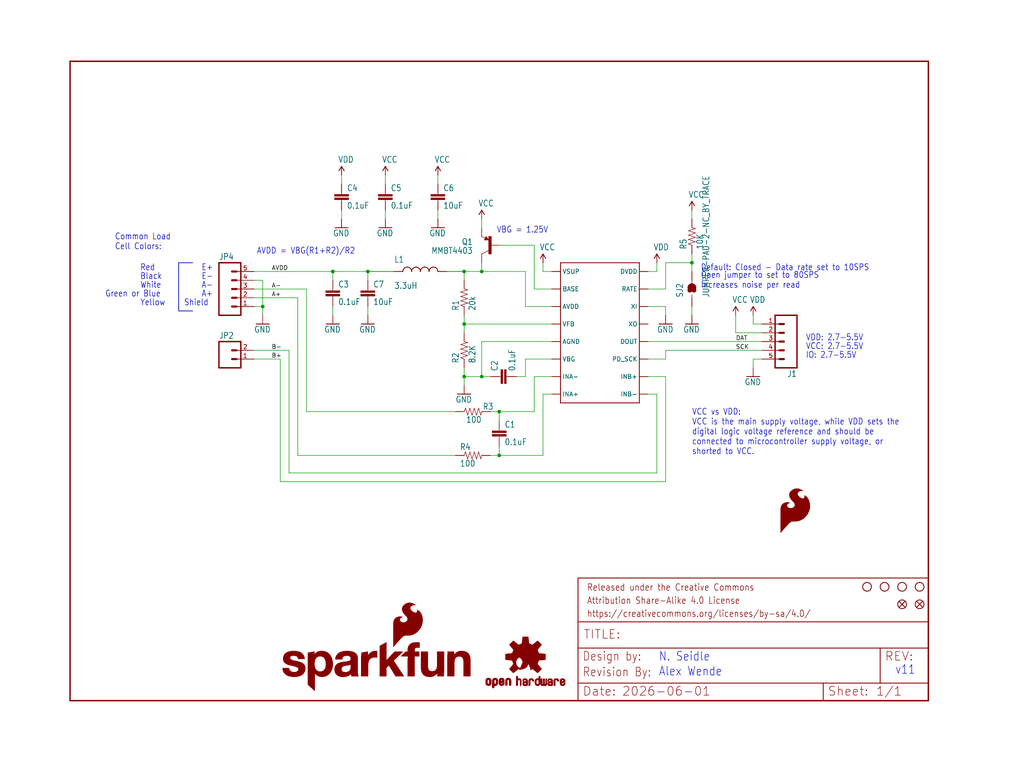
<source format=kicad_sch>
(kicad_sch (version 20230121) (generator eeschema)
  (paper "User" 297.002 223.926)
  (lib_symbols
    (symbol "SparkFun_HX711_Load_Cell-eagle-import:0.1UF-25V-5%(0603)"
      (property "Reference" "C" (at 1.524 2.921 0))
      (symbol "0.1UF-25V-5%(0603)_1_0"
        (pin passive line (at 0 5.08 270) (length 2.54) (name "1") (number "1"))
        (pin passive line (at 0 -2.54 90) (length 2.54) (name "2") (number "2"))
      )
    )
    (symbol "SparkFun_HX711_Load_Cell-eagle-import:100OHM-1/10W-1%(0603)"
      (property "Reference" "R" (at -3.81 1.4986 0))
      (symbol "100OHM-1/10W-1%(0603)_1_0"
        (pin passive line (at -5.08 0 0) (length 2.54) (name "1") (number "1"))
        (pin passive line (at 5.08 0 180) (length 2.54) (name "2") (number "2"))
      )
    )
    (symbol "SparkFun_HX711_Load_Cell-eagle-import:10KOHM-1/10W-1%(0603)0603"
      (property "Reference" "R" (at -3.81 1.4986 0))
      (symbol "10KOHM-1/10W-1%(0603)0603_1_0"
        (pin passive line (at -5.08 0 0) (length 2.54) (name "1") (number "1"))
        (pin passive line (at 5.08 0 180) (length 2.54) (name "2") (number "2"))
      )
    )
    (symbol "SparkFun_HX711_Load_Cell-eagle-import:10UF50V20%(1210)"
      (property "Reference" "C" (at 1.524 2.921 0))
      (symbol "10UF50V20%(1210)_1_0"
        (pin passive line (at 0 5.08 270) (length 2.54) (name "1") (number "1"))
        (pin passive line (at 0 -2.54 90) (length 2.54) (name "2") (number "2"))
      )
    )
    (symbol "SparkFun_HX711_Load_Cell-eagle-import:20KOHM1/10W1%(0603)"
      (property "Reference" "R" (at -3.81 1.4986 0))
      (symbol "20KOHM1/10W1%(0603)_1_0"
        (pin passive line (at -5.08 0 0) (length 2.54) (name "1") (number "1"))
        (pin passive line (at 5.08 0 180) (length 2.54) (name "2") (number "2"))
      )
    )
    (symbol "SparkFun_HX711_Load_Cell-eagle-import:8.2KOHM-1/10W-5%(0603)"
      (property "Reference" "R" (at -3.81 1.4986 0))
      (symbol "8.2KOHM-1/10W-5%(0603)_1_0"
        (pin passive line (at -5.08 0 0) (length 2.54) (name "1") (number "1"))
        (pin passive line (at 5.08 0 180) (length 2.54) (name "2") (number "2"))
      )
    )
    (symbol "SparkFun_HX711_Load_Cell-eagle-import:FIDUCIAL1X2")
    (symbol "SparkFun_HX711_Load_Cell-eagle-import:FRAME-LETTER"
      (symbol "FRAME-LETTER_2_0"
        (text "${#}/${##}" (at 86.36 1.27 0) (effects (font (size 2.54 2.54)) (justify left bottom)))
        (text "${CURRENT_DATE}" (at 12.7 1.27 0) (effects (font (size 2.54 2.54)) (justify left bottom)))
        (text "${PROJECTNAME}" (at 15.494 17.78 0) (effects (font (size 2.7432 2.7432)) (justify left bottom)))
        (text "Attribution Share-Alike 4.0 License" (at 2.54 27.94 0) (effects (font (size 1.9304 1.6408)) (justify left bottom)))
        (text "Date:" (at 1.27 1.27 0) (effects (font (size 2.54 2.54)) (justify left bottom)))
        (text "Design by:" (at 1.27 11.43 0) (effects (font (size 2.54 2.159)) (justify left bottom)))
        (text "https://creativecommons.org/licenses/by-sa/4.0/" (at 2.54 24.13 0) (effects (font (size 1.9304 1.6408)) (justify left bottom)))
        (text "Released under the Creative Commons" (at 2.54 31.75 0) (effects (font (size 1.9304 1.6408)) (justify left bottom)))
        (text "REV:" (at 88.9 11.43 0) (effects (font (size 2.54 2.54)) (justify left bottom)))
        (text "Sheet:" (at 72.39 1.27 0) (effects (font (size 2.54 2.54)) (justify left bottom)))
        (text "TITLE:" (at 1.524 17.78 0) (effects (font (size 2.54 2.54)) (justify left bottom)))
      )
    )
    (symbol "SparkFun_HX711_Load_Cell-eagle-import:GND" (power)
      (property "Value" "GND" (at -2.54 -2.54 0))
      (symbol "GND_1_0"
        (pin power_in line (at 0 2.54 270) (length 2.54) (name "GND") (number "1"))
      )
    )
    (symbol "SparkFun_HX711_Load_Cell-eagle-import:HX711HX711"
      (symbol "HX711HX711_1_0"
        (pin bidirectional line (at -15.24 17.78 0) (length 2.54) (name "VSUP") (number "1"))
        (pin bidirectional line (at 12.7 -12.7 180) (length 2.54) (name "INB+") (number "10"))
        (pin bidirectional line (at 12.7 -7.62 180) (length 2.54) (name "PD_SCK") (number "11"))
        (pin bidirectional line (at 12.7 -2.54 180) (length 2.54) (name "DOUT") (number "12"))
        (pin bidirectional line (at 12.7 2.54 180) (length 2.54) (name "XO") (number "13"))
        (pin bidirectional line (at 12.7 7.62 180) (length 2.54) (name "XI") (number "14"))
        (pin bidirectional line (at 12.7 12.7 180) (length 2.54) (name "RATE") (number "15"))
        (pin bidirectional line (at 12.7 17.78 180) (length 2.54) (name "DVDD") (number "16"))
        (pin bidirectional line (at -15.24 12.7 0) (length 2.54) (name "BASE") (number "2"))
        (pin bidirectional line (at -15.24 7.62 0) (length 2.54) (name "AVDD") (number "3"))
        (pin bidirectional line (at -15.24 2.54 0) (length 2.54) (name "VFB") (number "4"))
        (pin bidirectional line (at -15.24 -2.54 0) (length 2.54) (name "AGND") (number "5"))
        (pin bidirectional line (at -15.24 -7.62 0) (length 2.54) (name "VBG") (number "6"))
        (pin bidirectional line (at -15.24 -12.7 0) (length 2.54) (name "INA-") (number "7"))
        (pin bidirectional line (at -15.24 -17.78 0) (length 2.54) (name "INA+") (number "8"))
        (pin bidirectional line (at 12.7 -17.78 180) (length 2.54) (name "INB-") (number "9"))
      )
    )
    (symbol "SparkFun_HX711_Load_Cell-eagle-import:INDUCTOR0805-IND"
      (property "Reference" "L" (at 2.54 5.08 0))
      (symbol "INDUCTOR0805-IND_1_0"
        (pin passive line (at 0 7.62 270) (length 2.54) (name "1") (number "1"))
        (pin passive line (at 0 -7.62 90) (length 2.54) (name "2") (number "2"))
      )
    )
    (symbol "SparkFun_HX711_Load_Cell-eagle-import:JUMPER-PAD-2-NC_BY_TRACE"
      (property "Reference" "JP" (at -2.54 2.54 0))
      (symbol "JUMPER-PAD-2-NC_BY_TRACE_1_0"
        (pin passive line (at -5.08 0 0) (length 2.54) (name "1") (number "1"))
        (pin passive line (at 5.08 0 180) (length 2.54) (name "2") (number "2"))
      )
    )
    (symbol "SparkFun_HX711_Load_Cell-eagle-import:M02PTH"
      (property "Reference" "J" (at -2.54 5.842 0))
      (symbol "M02PTH_1_0"
        (pin passive line (at 7.62 0 180) (length 5.08) (name "1") (number "1"))
        (pin passive line (at 7.62 2.54 180) (length 5.08) (name "2") (number "2"))
      )
    )
    (symbol "SparkFun_HX711_Load_Cell-eagle-import:M05PTH"
      (property "Reference" "J" (at -2.54 8.382 0))
      (symbol "M05PTH_1_0"
        (pin passive line (at 7.62 -5.08 180) (length 5.08) (name "1") (number "1"))
        (pin passive line (at 7.62 -2.54 180) (length 5.08) (name "2") (number "2"))
        (pin passive line (at 7.62 0 180) (length 5.08) (name "3") (number "3"))
        (pin passive line (at 7.62 2.54 180) (length 5.08) (name "4") (number "4"))
        (pin passive line (at 7.62 5.08 180) (length 5.08) (name "5") (number "5"))
      )
    )
    (symbol "SparkFun_HX711_Load_Cell-eagle-import:OSHW-LOGOS")
    (symbol "SparkFun_HX711_Load_Cell-eagle-import:REVISION"
      (symbol "REVISION_1_0"
        (text "Revision By:" (at 0 0 0) (effects (font (size 2.54 2.159)) (justify left bottom)))
      )
    )
    (symbol "SparkFun_HX711_Load_Cell-eagle-import:SFE_LOGO_FLAME.1_INCH")
    (symbol "SparkFun_HX711_Load_Cell-eagle-import:SFE_LOGO_NAME_FLAME.1_INCH")
    (symbol "SparkFun_HX711_Load_Cell-eagle-import:STAND-OFF")
    (symbol "SparkFun_HX711_Load_Cell-eagle-import:TRANSISTOR_PNPMMBT4403"
      (property "Reference" "Q" (at 5.08 0 0))
      (symbol "TRANSISTOR_PNPMMBT4403_1_0"
        (pin passive line (at -2.54 0 0) (length 2.54) (name "B") (number "1"))
        (pin passive line (at 2.54 5.08 270) (length 2.54) (name "E") (number "2"))
        (pin passive line (at 2.54 -5.08 90) (length 2.54) (name "C") (number "3"))
      )
    )
    (symbol "SparkFun_HX711_Load_Cell-eagle-import:VCC" (power)
      (property "Value" "VCC" (at -1.016 3.556 0))
      (symbol "VCC_1_0"
        (pin power_in line (at 0 0 90) (length 2.54) (name "VCC") (number "1"))
      )
    )
    (symbol "SparkFun_HX711_Load_Cell-eagle-import:VDD" (power)
      (property "Value" "VDD" (at -1.016 3.556 0))
      (symbol "VDD_1_0"
        (pin power_in line (at 0 0 90) (length 2.54) (name "VDD") (number "1"))
      )
    )
  )
  (junction (at 96.52 78.74))
  (junction (at 134.62 78.74))
  (junction (at 144.78 119.38))
  (junction (at 144.78 132.08))
  (junction (at 106.68 78.74))
  (junction (at 76.2 88.9))
  (junction (at 134.62 93.98))
  (junction (at 139.7 109.22))
  (junction (at 134.62 109.22))
  (junction (at 200.66 76.2))
  (junction (at 139.7 78.74))
  (wire (pts (xy 218.44 91.44) (xy 218.44 93.98)) (stroke (width 0.1524)))
  (wire (pts (xy 187.96 78.74) (xy 190.5 78.74)) (stroke (width 0.1524)))
  (wire (pts (xy 96.52 81.28) (xy 96.52 78.74)) (stroke (width 0.1524)))
  (wire (pts (xy 200.66 88.9) (xy 200.66 91.44)) (stroke (width 0.1524)))
  (wire (pts (xy 127 60.96) (xy 127 63.5)) (stroke (width 0.1524)))
  (wire (pts (xy 157.48 132.08) (xy 144.78 132.08)) (stroke (width 0.1524)))
  (wire (pts (xy 200.66 76.2) (xy 200.66 78.74)) (stroke (width 0.1524)))
  (wire (pts (xy 144.78 119.38) (xy 142.24 119.38)) (stroke (width 0.1524)))
  (wire (pts (xy 139.7 63.5) (xy 139.7 66.04)) (stroke (width 0.1524)))
  (wire (pts (xy 106.68 91.44) (xy 106.68 88.9)) (stroke (width 0.1524)))
  (wire (pts (xy 88.9 83.82) (xy 73.66 83.82)) (stroke (width 0.1524)))
  (wire (pts (xy 144.78 132.08) (xy 142.24 132.08)) (stroke (width 0.1524)))
  (wire (pts (xy 73.66 81.28) (xy 76.2 81.28)) (stroke (width 0.1524)))
  (wire (pts (xy 152.4 88.9) (xy 152.4 78.74)) (stroke (width 0.1524)))
  (wire (pts (xy 99.06 63.5) (xy 99.06 60.96)) (stroke (width 0.1524)))
  (wire (pts (xy 157.48 78.74) (xy 160.02 78.74)) (stroke (width 0.1524)))
  (wire (pts (xy 193.04 101.6) (xy 220.98 101.6)) (stroke (width 0.1524)))
  (wire (pts (xy 160.02 114.3) (xy 157.48 114.3)) (stroke (width 0.1524)))
  (wire (pts (xy 157.48 114.3) (xy 157.48 132.08)) (stroke (width 0.1524)))
  (wire (pts (xy 132.08 119.38) (xy 88.9 119.38)) (stroke (width 0.1524)))
  (wire (pts (xy 200.66 63.5) (xy 200.66 60.96)) (stroke (width 0.1524)))
  (wire (pts (xy 139.7 109.22) (xy 134.62 109.22)) (stroke (width 0.1524)))
  (wire (pts (xy 76.2 81.28) (xy 76.2 88.9)) (stroke (width 0.1524)))
  (wire (pts (xy 134.62 81.28) (xy 134.62 78.74)) (stroke (width 0.1524)))
  (wire (pts (xy 190.5 137.16) (xy 83.82 137.16)) (stroke (width 0.1524)))
  (wire (pts (xy 160.02 99.06) (xy 139.7 99.06)) (stroke (width 0.1524)))
  (wire (pts (xy 139.7 99.06) (xy 139.7 109.22)) (stroke (width 0.1524)))
  (wire (pts (xy 190.5 114.3) (xy 190.5 137.16)) (stroke (width 0.1524)))
  (wire (pts (xy 106.68 78.74) (xy 106.68 81.28)) (stroke (width 0.1524)))
  (wire (pts (xy 200.66 73.66) (xy 200.66 76.2)) (stroke (width 0.1524)))
  (wire (pts (xy 73.66 88.9) (xy 76.2 88.9)) (stroke (width 0.1524)))
  (wire (pts (xy 193.04 139.7) (xy 81.28 139.7)) (stroke (width 0.1524)))
  (wire (pts (xy 220.98 96.52) (xy 213.36 96.52)) (stroke (width 0.1524)))
  (wire (pts (xy 213.36 96.52) (xy 213.36 91.44)) (stroke (width 0.1524)))
  (wire (pts (xy 187.96 99.06) (xy 220.98 99.06)) (stroke (width 0.1524)))
  (wire (pts (xy 200.66 76.2) (xy 193.04 76.2)) (stroke (width 0.1524)))
  (wire (pts (xy 129.54 78.74) (xy 134.62 78.74)) (stroke (width 0.2032)))
  (wire (pts (xy 106.68 78.74) (xy 96.52 78.74)) (stroke (width 0.1524)))
  (wire (pts (xy 134.62 106.68) (xy 134.62 109.22)) (stroke (width 0.1524)))
  (wire (pts (xy 187.96 83.82) (xy 193.04 83.82)) (stroke (width 0.1524)))
  (wire (pts (xy 111.76 63.5) (xy 111.76 60.96)) (stroke (width 0.1524)))
  (wire (pts (xy 193.04 76.2) (xy 193.04 83.82)) (stroke (width 0.1524)))
  (wire (pts (xy 134.62 111.76) (xy 134.62 109.22)) (stroke (width 0.1524)))
  (wire (pts (xy 218.44 104.14) (xy 218.44 106.68)) (stroke (width 0.1524)))
  (wire (pts (xy 152.4 104.14) (xy 152.4 109.22)) (stroke (width 0.1524)))
  (wire (pts (xy 76.2 88.9) (xy 76.2 91.44)) (stroke (width 0.1524)))
  (wire (pts (xy 139.7 78.74) (xy 134.62 78.74)) (stroke (width 0.1524)))
  (wire (pts (xy 160.02 88.9) (xy 152.4 88.9)) (stroke (width 0.1524)))
  (wire (pts (xy 106.68 78.74) (xy 114.3 78.74)) (stroke (width 0.2032)))
  (wire (pts (xy 160.02 83.82) (xy 154.94 83.82)) (stroke (width 0.1524)))
  (wire (pts (xy 193.04 88.9) (xy 193.04 91.44)) (stroke (width 0.1524)))
  (wire (pts (xy 96.52 88.9) (xy 96.52 91.44)) (stroke (width 0.1524)))
  (wire (pts (xy 86.36 132.08) (xy 86.36 86.36)) (stroke (width 0.1524)))
  (wire (pts (xy 152.4 78.74) (xy 139.7 78.74)) (stroke (width 0.1524)))
  (wire (pts (xy 81.28 139.7) (xy 81.28 104.14)) (stroke (width 0.1524)))
  (wire (pts (xy 157.48 76.2) (xy 157.48 78.74)) (stroke (width 0.1524)))
  (wire (pts (xy 134.62 96.52) (xy 134.62 93.98)) (stroke (width 0.1524)))
  (polyline (pts (xy 51.816 76.2) (xy 55.88 76.2)) (stroke (width 0.2032) (type solid)))
  (wire (pts (xy 111.76 50.8) (xy 111.76 53.34)) (stroke (width 0.1524)))
  (wire (pts (xy 88.9 119.38) (xy 88.9 83.82)) (stroke (width 0.1524)))
  (wire (pts (xy 218.44 93.98) (xy 220.98 93.98)) (stroke (width 0.1524)))
  (wire (pts (xy 193.04 109.22) (xy 193.04 139.7)) (stroke (width 0.1524)))
  (wire (pts (xy 132.08 132.08) (xy 86.36 132.08)) (stroke (width 0.1524)))
  (wire (pts (xy 154.94 109.22) (xy 154.94 119.38)) (stroke (width 0.1524)))
  (wire (pts (xy 83.82 101.6) (xy 73.66 101.6)) (stroke (width 0.1524)))
  (wire (pts (xy 96.52 78.74) (xy 73.66 78.74)) (stroke (width 0.1524)))
  (polyline (pts (xy 51.816 90.17) (xy 55.88 90.17)) (stroke (width 0.2032) (type solid)))
  (wire (pts (xy 134.62 93.98) (xy 134.62 91.44)) (stroke (width 0.1524)))
  (wire (pts (xy 144.78 121.92) (xy 144.78 119.38)) (stroke (width 0.1524)))
  (wire (pts (xy 99.06 50.8) (xy 99.06 53.34)) (stroke (width 0.1524)))
  (wire (pts (xy 187.96 88.9) (xy 193.04 88.9)) (stroke (width 0.1524)))
  (wire (pts (xy 127 53.34) (xy 127 50.8)) (stroke (width 0.1524)))
  (wire (pts (xy 144.78 129.54) (xy 144.78 132.08)) (stroke (width 0.1524)))
  (wire (pts (xy 193.04 104.14) (xy 193.04 101.6)) (stroke (width 0.1524)))
  (wire (pts (xy 190.5 78.74) (xy 190.5 76.2)) (stroke (width 0.1524)))
  (wire (pts (xy 152.4 109.22) (xy 149.86 109.22)) (stroke (width 0.1524)))
  (wire (pts (xy 154.94 71.12) (xy 154.94 83.82)) (stroke (width 0.1524)))
  (wire (pts (xy 144.78 71.12) (xy 154.94 71.12)) (stroke (width 0.1524)))
  (wire (pts (xy 142.24 109.22) (xy 139.7 109.22)) (stroke (width 0.1524)))
  (wire (pts (xy 160.02 93.98) (xy 134.62 93.98)) (stroke (width 0.1524)))
  (wire (pts (xy 154.94 119.38) (xy 144.78 119.38)) (stroke (width 0.1524)))
  (wire (pts (xy 160.02 104.14) (xy 152.4 104.14)) (stroke (width 0.1524)))
  (wire (pts (xy 220.98 104.14) (xy 218.44 104.14)) (stroke (width 0.1524)))
  (wire (pts (xy 187.96 114.3) (xy 190.5 114.3)) (stroke (width 0.1524)))
  (wire (pts (xy 187.96 109.22) (xy 193.04 109.22)) (stroke (width 0.1524)))
  (wire (pts (xy 187.96 104.14) (xy 193.04 104.14)) (stroke (width 0.1524)))
  (polyline (pts (xy 51.816 76.2) (xy 51.816 90.17)) (stroke (width 0.2032) (type solid)))
  (wire (pts (xy 83.82 137.16) (xy 83.82 101.6)) (stroke (width 0.1524)))
  (wire (pts (xy 160.02 109.22) (xy 154.94 109.22)) (stroke (width 0.1524)))
  (wire (pts (xy 86.36 86.36) (xy 73.66 86.36)) (stroke (width 0.1524)))
  (wire (pts (xy 81.28 104.14) (xy 73.66 104.14)) (stroke (width 0.1524)))
  (wire (pts (xy 139.7 76.2) (xy 139.7 78.74)) (stroke (width 0.1524)))
  (text "AVDD = VBG(R1+R2)/R2" (at 74.422 73.914 0) (effects (font (size 1.778 1.5113)) (justify left bottom)))
  (text "Black" (at 40.64 81.28 0) (effects (font (size 1.778 1.5113)) (justify left bottom)))
  (text "VDD: 2.7-5.5V" (at 233.68 99.06 0) (effects (font (size 1.778 1.5113)) (justify left bottom)))
  (text "IO: 2.7-5.5V" (at 233.68 104.14 0) (effects (font (size 1.778 1.5113)) (justify left bottom)))
  (text "VCC vs VDD:\nVCC is the main supply voltage, while VDD sets the\ndigital logic voltage reference and should be\nconnected to microcontroller supply voltage, or\nshorted to VCC." (at 200.66 132.08 0) (effects (font (size 1.778 1.5113)) (justify left bottom)))
  (text "A-" (at 58.42 83.82 0) (effects (font (size 1.778 1.5113)) (justify left bottom)))
  (text "E-" (at 58.42 81.28 0) (effects (font (size 1.778 1.5113)) (justify left bottom)))
  (text "Open jumper to set to 80SPS\nIncreases noise per read" (at 203.2 83.82 0) (effects (font (size 1.778 1.5113)) (justify left bottom)))
  (text "v11" (at 259.588 195.834 0) (effects (font (size 2.54 2.159)) (justify left bottom)))
  (text "Common Load\nCell Colors:" (at 33.274 72.644 0) (effects (font (size 1.778 1.5113)) (justify left bottom)))
  (text "A+" (at 58.42 86.36 0) (effects (font (size 1.778 1.5113)) (justify left bottom)))
  (text "Default: Closed - Data rate set to 10SPS" (at 203.2 78.74 0) (effects (font (size 1.778 1.5113)) (justify left bottom)))
  (text "Green or Blue" (at 30.48 86.36 0) (effects (font (size 1.778 1.5113)) (justify left bottom)))
  (text "Alex Wende" (at 191.008 196.342 0) (effects (font (size 2.54 2.159)) (justify left bottom)))
  (text "E+" (at 58.42 78.74 0) (effects (font (size 1.778 1.5113)) (justify left bottom)))
  (text "VBG = 1.25V" (at 144.018 67.818 0) (effects (font (size 1.778 1.5113)) (justify left bottom)))
  (text "N. Seidle" (at 191.008 192.024 0) (effects (font (size 2.54 2.159)) (justify left bottom)))
  (text "VCC: 2.7-5.5V" (at 233.68 101.6 0) (effects (font (size 1.778 1.5113)) (justify left bottom)))
  (text "Shield" (at 53.34 88.9 0) (effects (font (size 1.778 1.5113)) (justify left bottom)))
  (text "Yellow" (at 40.64 88.9 0) (effects (font (size 1.778 1.5113)) (justify left bottom)))
  (text "White" (at 40.64 83.82 0) (effects (font (size 1.778 1.5113)) (justify left bottom)))
  (text "Red" (at 40.64 78.74 0) (effects (font (size 1.778 1.5113)) (justify left bottom)))
  (label "B+" (at 78.74 104.14 0) (effects (font (size 1.2446 1.2446))))
  (label "AVDD" (at 78.74 78.74 0) (effects (font (size 1.2446 1.2446))))
  (label "A+" (at 78.74 86.36 0) (effects (font (size 1.2446 1.2446))))
  (label "DAT" (at 213.36 99.06 0) (effects (font (size 1.2446 1.2446))))
  (label "SCK" (at 213.36 101.6 0) (effects (font (size 1.2446 1.2446))))
  (label "A-" (at 78.74 83.82 0) (effects (font (size 1.2446 1.2446))))
  (label "B-" (at 78.74 101.6 0) (effects (font (size 1.2446 1.2446))))
  (symbol (lib_id "SparkFun_HX711_Load_Cell-eagle-import:20KOHM1/10W1%(0603)") (at 134.62 86.36 90) (unit 1)
    (property "Reference" "R1" (at 133.1214 90.17 0) (effects (font (size 1.778 1.5113)) (justify left bottom)))
    (property "Value" "20k" (at 137.922 90.17 0) (effects (font (size 1.778 1.5113)) (justify left bottom)))
    (property "Footprint" "SparkFun_HX711_Load_Cell:0603-RES" (effects hide))
  )
  (symbol (lib_id "SparkFun_HX711_Load_Cell-eagle-import:STAND-OFF") (at 251.46 170.18 0) (unit 1)
    (property "Reference" "STANDOFF4" (effects hide))
    (property "Value" "STAND-OFF" (effects hide))
    (property "Footprint" "SparkFun_HX711_Load_Cell:STAND-OFF" (effects hide))
  )
  (symbol (lib_id "SparkFun_HX711_Load_Cell-eagle-import:FIDUCIAL1X2") (at 261.62 175.26 0) (unit 1)
    (property "Reference" "FID2" (effects hide))
    (property "Value" "FIDUCIAL1X2" (effects hide))
    (property "Footprint" "SparkFun_HX711_Load_Cell:FIDUCIAL-1X2" (effects hide))
  )
  (symbol (lib_id "SparkFun_HX711_Load_Cell-eagle-import:0.1UF-25V-5%(0603)") (at 144.78 127 0) (unit 1)
    (property "Reference" "C1" (at 146.304 124.079 0) (effects (font (size 1.778 1.5113)) (justify left bottom)))
    (property "Value" "0.1uF" (at 146.304 129.159 0) (effects (font (size 1.778 1.5113)) (justify left bottom)))
    (property "Footprint" "SparkFun_HX711_Load_Cell:0603-CAP" (effects hide))
  )
  (symbol (lib_id "SparkFun_HX711_Load_Cell-eagle-import:0.1UF-25V-5%(0603)") (at 96.52 86.36 0) (unit 1)
    (property "Reference" "C3" (at 98.044 83.439 0) (effects (font (size 1.778 1.5113)) (justify left bottom)))
    (property "Value" "0.1uF" (at 98.044 88.519 0) (effects (font (size 1.778 1.5113)) (justify left bottom)))
    (property "Footprint" "SparkFun_HX711_Load_Cell:0603-CAP" (effects hide))
  )
  (symbol (lib_id "SparkFun_HX711_Load_Cell-eagle-import:VCC") (at 111.76 50.8 0) (unit 1)
    (property "Reference" "#SUPPLY7" (effects hide))
    (property "Value" "VCC" (at 110.744 47.244 0) (effects (font (size 1.778 1.5113)) (justify left bottom)))
  )
  (symbol (lib_id "SparkFun_HX711_Load_Cell-eagle-import:GND") (at 193.04 93.98 0) (unit 1)
    (property "Reference" "#GND2" (effects hide))
    (property "Value" "GND" (at 190.5 96.52 0) (effects (font (size 1.778 1.5113)) (justify left bottom)))
  )
  (symbol (lib_id "SparkFun_HX711_Load_Cell-eagle-import:GND") (at 127 66.04 0) (unit 1)
    (property "Reference" "#GND3" (effects hide))
    (property "Value" "GND" (at 124.46 68.58 0) (effects (font (size 1.778 1.5113)) (justify left bottom)))
  )
  (symbol (lib_id "SparkFun_HX711_Load_Cell-eagle-import:M02PTH") (at 66.04 104.14 0) (unit 1)
    (property "Reference" "JP2" (at 63.5 98.298 0) (effects (font (size 1.778 1.5113)) (justify left bottom)))
    (property "Value" "M02PTH" (effects hide))
    (property "Footprint" "SparkFun_HX711_Load_Cell:1X02" (effects hide))
  )
  (symbol (lib_id "SparkFun_HX711_Load_Cell-eagle-import:SFE_LOGO_NAME_FLAME.1_INCH") (at 81.28 200.66 0) (unit 1)
    (property "Reference" "LOGO1" (effects hide))
    (property "Value" "SFE_LOGO_NAME_FLAME.1_INCH" (effects hide))
    (property "Footprint" "SparkFun_HX711_Load_Cell:SFE_LOGO_NAME_FLAME_.1" (effects hide))
  )
  (symbol (lib_id "SparkFun_HX711_Load_Cell-eagle-import:8.2KOHM-1/10W-5%(0603)") (at 134.62 101.6 90) (unit 1)
    (property "Reference" "R2" (at 133.1214 105.41 0) (effects (font (size 1.778 1.5113)) (justify left bottom)))
    (property "Value" "8.2K" (at 137.922 105.41 0) (effects (font (size 1.778 1.5113)) (justify left bottom)))
    (property "Footprint" "SparkFun_HX711_Load_Cell:0603-RES" (effects hide))
  )
  (symbol (lib_id "SparkFun_HX711_Load_Cell-eagle-import:TRANSISTOR_PNPMMBT4403") (at 142.24 71.12 0) (mirror y) (unit 1)
    (property "Reference" "Q1" (at 137.16 71.12 0) (effects (font (size 1.778 1.5113)) (justify left bottom)))
    (property "Value" "MMBT4403" (at 137.16 73.66 0) (effects (font (size 1.778 1.5113)) (justify left bottom)))
    (property "Footprint" "SparkFun_HX711_Load_Cell:SOT23-3" (effects hide))
  )
  (symbol (lib_id "SparkFun_HX711_Load_Cell-eagle-import:OSHW-LOGOS") (at 152.4 190.5 0) (unit 1)
    (property "Reference" "U7" (effects hide))
    (property "Value" "OSHW-LOGOS" (effects hide))
    (property "Footprint" "SparkFun_HX711_Load_Cell:OSHW-LOGO-S" (effects hide))
  )
  (symbol (lib_id "SparkFun_HX711_Load_Cell-eagle-import:FRAME-LETTER") (at 167.64 203.2 0) (unit 2)
    (property "Reference" "FRAME1" (effects hide))
    (property "Value" "FRAME-LETTER" (effects hide))
    (property "Footprint" "SparkFun_HX711_Load_Cell:CREATIVE_COMMONS" (effects hide))
  )
  (symbol (lib_id "SparkFun_HX711_Load_Cell-eagle-import:GND") (at 96.52 93.98 0) (unit 1)
    (property "Reference" "#GND6" (effects hide))
    (property "Value" "GND" (at 93.98 96.52 0) (effects (font (size 1.778 1.5113)) (justify left bottom)))
  )
  (symbol (lib_id "SparkFun_HX711_Load_Cell-eagle-import:VDD") (at 99.06 50.8 0) (unit 1)
    (property "Reference" "#SUPPLY9" (effects hide))
    (property "Value" "VDD" (at 98.044 47.244 0) (effects (font (size 1.778 1.5113)) (justify left bottom)))
  )
  (symbol (lib_id "SparkFun_HX711_Load_Cell-eagle-import:STAND-OFF") (at 261.62 170.18 0) (unit 1)
    (property "Reference" "STANDOFF2" (effects hide))
    (property "Value" "STAND-OFF" (effects hide))
    (property "Footprint" "SparkFun_HX711_Load_Cell:STAND-OFF" (effects hide))
  )
  (symbol (lib_id "SparkFun_HX711_Load_Cell-eagle-import:VCC") (at 127 50.8 0) (unit 1)
    (property "Reference" "#SUPPLY2" (effects hide))
    (property "Value" "VCC" (at 125.984 47.244 0) (effects (font (size 1.778 1.5113)) (justify left bottom)))
  )
  (symbol (lib_id "SparkFun_HX711_Load_Cell-eagle-import:GND") (at 218.44 109.22 0) (unit 1)
    (property "Reference" "#GND1" (effects hide))
    (property "Value" "GND" (at 215.9 111.76 0) (effects (font (size 1.778 1.5113)) (justify left bottom)))
  )
  (symbol (lib_id "SparkFun_HX711_Load_Cell-eagle-import:SFE_LOGO_FLAME.1_INCH") (at 226.06 154.94 0) (unit 1)
    (property "Reference" "LOGO3" (effects hide))
    (property "Value" "SFE_LOGO_FLAME.1_INCH" (effects hide))
    (property "Footprint" "SparkFun_HX711_Load_Cell:SFE_LOGO_FLAME_.1" (effects hide))
  )
  (symbol (lib_id "SparkFun_HX711_Load_Cell-eagle-import:VCC") (at 157.48 76.2 0) (unit 1)
    (property "Reference" "#SUPPLY3" (effects hide))
    (property "Value" "VCC" (at 156.464 72.644 0) (effects (font (size 1.778 1.5113)) (justify left bottom)))
  )
  (symbol (lib_id "SparkFun_HX711_Load_Cell-eagle-import:FRAME-LETTER") (at 20.32 203.2 0) (unit 1)
    (property "Reference" "FRAME1" (effects hide))
    (property "Value" "FRAME-LETTER" (effects hide))
    (property "Footprint" "SparkFun_HX711_Load_Cell:CREATIVE_COMMONS" (effects hide))
  )
  (symbol (lib_id "SparkFun_HX711_Load_Cell-eagle-import:STAND-OFF") (at 256.54 170.18 0) (unit 1)
    (property "Reference" "STANDOFF3" (effects hide))
    (property "Value" "STAND-OFF" (effects hide))
    (property "Footprint" "SparkFun_HX711_Load_Cell:STAND-OFF" (effects hide))
  )
  (symbol (lib_id "SparkFun_HX711_Load_Cell-eagle-import:FIDUCIAL1X2") (at 266.7 175.26 0) (unit 1)
    (property "Reference" "FID1" (effects hide))
    (property "Value" "FIDUCIAL1X2" (effects hide))
    (property "Footprint" "SparkFun_HX711_Load_Cell:FIDUCIAL-1X2" (effects hide))
  )
  (symbol (lib_id "SparkFun_HX711_Load_Cell-eagle-import:0.1UF-25V-5%(0603)") (at 99.06 58.42 0) (unit 1)
    (property "Reference" "C4" (at 100.584 55.499 0) (effects (font (size 1.778 1.5113)) (justify left bottom)))
    (property "Value" "0.1uF" (at 100.584 60.579 0) (effects (font (size 1.778 1.5113)) (justify left bottom)))
    (property "Footprint" "SparkFun_HX711_Load_Cell:0603-CAP" (effects hide))
  )
  (symbol (lib_id "SparkFun_HX711_Load_Cell-eagle-import:HX711HX711") (at 175.26 96.52 0) (unit 1)
    (property "Reference" "U1" (effects hide))
    (property "Value" "HX711HX711" (effects hide))
    (property "Footprint" "SparkFun_HX711_Load_Cell:SO16" (effects hide))
  )
  (symbol (lib_id "SparkFun_HX711_Load_Cell-eagle-import:10UF50V20%(1210)") (at 106.68 86.36 0) (unit 1)
    (property "Reference" "C7" (at 108.204 83.439 0) (effects (font (size 1.778 1.5113)) (justify left bottom)))
    (property "Value" "10uF" (at 108.204 88.519 0) (effects (font (size 1.778 1.5113)) (justify left bottom)))
    (property "Footprint" "SparkFun_HX711_Load_Cell:1210" (effects hide))
  )
  (symbol (lib_id "SparkFun_HX711_Load_Cell-eagle-import:VCC") (at 200.66 60.96 0) (unit 1)
    (property "Reference" "#SUPPLY6" (effects hide))
    (property "Value" "VCC" (at 199.644 57.404 0) (effects (font (size 1.778 1.5113)) (justify left bottom)))
  )
  (symbol (lib_id "SparkFun_HX711_Load_Cell-eagle-import:INDUCTOR0805-IND") (at 121.92 78.74 90) (unit 1)
    (property "Reference" "L1" (at 114.3 76.2 90) (effects (font (size 1.778 1.5113)) (justify right top)))
    (property "Value" "3.3uH" (at 114.3 83.82 90) (effects (font (size 1.778 1.5113)) (justify right top)))
    (property "Footprint" "SparkFun_HX711_Load_Cell:0805" (effects hide))
  )
  (symbol (lib_id "SparkFun_HX711_Load_Cell-eagle-import:M05PTH") (at 228.6 99.06 180) (unit 1)
    (property "Reference" "J1" (at 231.14 107.442 0) (effects (font (size 1.778 1.5113)) (justify left bottom)))
    (property "Value" "M05PTH" (effects hide))
    (property "Footprint" "SparkFun_HX711_Load_Cell:1X05" (effects hide))
  )
  (symbol (lib_id "SparkFun_HX711_Load_Cell-eagle-import:GND") (at 134.62 114.3 0) (unit 1)
    (property "Reference" "#GND9" (effects hide))
    (property "Value" "GND" (at 132.08 116.84 0) (effects (font (size 1.778 1.5113)) (justify left bottom)))
  )
  (symbol (lib_id "SparkFun_HX711_Load_Cell-eagle-import:GND") (at 99.06 66.04 0) (unit 1)
    (property "Reference" "#GND10" (effects hide))
    (property "Value" "GND" (at 96.52 68.58 0) (effects (font (size 1.778 1.5113)) (justify left bottom)))
  )
  (symbol (lib_id "SparkFun_HX711_Load_Cell-eagle-import:VCC") (at 139.7 63.5 0) (unit 1)
    (property "Reference" "#SUPPLY1" (effects hide))
    (property "Value" "VCC" (at 138.684 59.944 0) (effects (font (size 1.778 1.5113)) (justify left bottom)))
  )
  (symbol (lib_id "SparkFun_HX711_Load_Cell-eagle-import:JUMPER-PAD-2-NC_BY_TRACE") (at 200.66 83.82 90) (unit 1)
    (property "Reference" "SJ2" (at 198.12 86.36 0) (effects (font (size 1.778 1.5113)) (justify left bottom)))
    (property "Value" "JUMPER-PAD-2-NC_BY_TRACE" (at 205.74 86.36 0) (effects (font (size 1.778 1.5113)) (justify left bottom)))
    (property "Footprint" "SparkFun_HX711_Load_Cell:PAD-JUMPER-2-NC_BY_TRACE_YES_SILK" (effects hide))
  )
  (symbol (lib_id "SparkFun_HX711_Load_Cell-eagle-import:STAND-OFF") (at 266.7 170.18 0) (unit 1)
    (property "Reference" "STANDOFF1" (effects hide))
    (property "Value" "STAND-OFF" (effects hide))
    (property "Footprint" "SparkFun_HX711_Load_Cell:STAND-OFF" (effects hide))
  )
  (symbol (lib_id "SparkFun_HX711_Load_Cell-eagle-import:100OHM-1/10W-1%(0603)") (at 137.16 119.38 0) (unit 1)
    (property "Reference" "R3" (at 139.954 118.872 0) (effects (font (size 1.778 1.5113)) (justify left bottom)))
    (property "Value" "100" (at 135.128 122.682 0) (effects (font (size 1.778 1.5113)) (justify left bottom)))
    (property "Footprint" "SparkFun_HX711_Load_Cell:0603-RES" (effects hide))
  )
  (symbol (lib_id "SparkFun_HX711_Load_Cell-eagle-import:GND") (at 200.66 93.98 0) (unit 1)
    (property "Reference" "#GND7" (effects hide))
    (property "Value" "GND" (at 198.12 96.52 0) (effects (font (size 1.778 1.5113)) (justify left bottom)))
  )
  (symbol (lib_id "SparkFun_HX711_Load_Cell-eagle-import:VCC") (at 213.36 91.44 0) (unit 1)
    (property "Reference" "#SUPPLY5" (effects hide))
    (property "Value" "VCC" (at 212.344 87.884 0) (effects (font (size 1.778 1.5113)) (justify left bottom)))
  )
  (symbol (lib_id "SparkFun_HX711_Load_Cell-eagle-import:0.1UF-25V-5%(0603)") (at 147.32 109.22 90) (unit 1)
    (property "Reference" "C2" (at 144.399 107.696 0) (effects (font (size 1.778 1.5113)) (justify left bottom)))
    (property "Value" "0.1uF" (at 149.479 107.696 0) (effects (font (size 1.778 1.5113)) (justify left bottom)))
    (property "Footprint" "SparkFun_HX711_Load_Cell:0603-CAP" (effects hide))
  )
  (symbol (lib_id "SparkFun_HX711_Load_Cell-eagle-import:10UF50V20%(1210)") (at 127 58.42 0) (unit 1)
    (property "Reference" "C6" (at 128.524 55.499 0) (effects (font (size 1.778 1.5113)) (justify left bottom)))
    (property "Value" "10uF" (at 128.524 60.579 0) (effects (font (size 1.778 1.5113)) (justify left bottom)))
    (property "Footprint" "SparkFun_HX711_Load_Cell:1210" (effects hide))
  )
  (symbol (lib_id "SparkFun_HX711_Load_Cell-eagle-import:GND") (at 111.76 66.04 0) (unit 1)
    (property "Reference" "#GND8" (effects hide))
    (property "Value" "GND" (at 109.22 68.58 0) (effects (font (size 1.778 1.5113)) (justify left bottom)))
  )
  (symbol (lib_id "SparkFun_HX711_Load_Cell-eagle-import:VDD") (at 190.5 76.2 0) (unit 1)
    (property "Reference" "#SUPPLY4" (effects hide))
    (property "Value" "VDD" (at 189.484 72.644 0) (effects (font (size 1.778 1.5113)) (justify left bottom)))
  )
  (symbol (lib_id "SparkFun_HX711_Load_Cell-eagle-import:REVISION") (at 168.91 196.342 0) (unit 1)
    (property "Reference" "U$1" (effects hide))
    (property "Value" "REVISION" (effects hide))
    (property "Footprint" "SparkFun_HX711_Load_Cell:REVISION" (effects hide))
  )
  (symbol (lib_id "SparkFun_HX711_Load_Cell-eagle-import:M05PTH") (at 66.04 83.82 0) (unit 1)
    (property "Reference" "JP4" (at 63.5 75.438 0) (effects (font (size 1.778 1.5113)) (justify left bottom)))
    (property "Value" "M05PTH" (effects hide))
    (property "Footprint" "SparkFun_HX711_Load_Cell:1X05" (effects hide))
  )
  (symbol (lib_id "SparkFun_HX711_Load_Cell-eagle-import:10KOHM-1/10W-1%(0603)0603") (at 200.66 68.58 90) (unit 1)
    (property "Reference" "R5" (at 199.1614 72.39 0) (effects (font (size 1.778 1.5113)) (justify left bottom)))
    (property "Value" "10K" (at 203.962 72.39 0) (effects (font (size 1.778 1.5113)) (justify left bottom)))
    (property "Footprint" "SparkFun_HX711_Load_Cell:0603-RES" (effects hide))
  )
  (symbol (lib_id "SparkFun_HX711_Load_Cell-eagle-import:100OHM-1/10W-1%(0603)") (at 137.16 132.08 0) (unit 1)
    (property "Reference" "R4" (at 133.35 130.5814 0) (effects (font (size 1.778 1.5113)) (justify left bottom)))
    (property "Value" "100" (at 133.35 135.382 0) (effects (font (size 1.778 1.5113)) (justify left bottom)))
    (property "Footprint" "SparkFun_HX711_Load_Cell:0603-RES" (effects hide))
  )
  (symbol (lib_id "SparkFun_HX711_Load_Cell-eagle-import:GND") (at 76.2 93.98 0) (unit 1)
    (property "Reference" "#GND4" (effects hide))
    (property "Value" "GND" (at 73.66 96.52 0) (effects (font (size 1.778 1.5113)) (justify left bottom)))
  )
  (symbol (lib_id "SparkFun_HX711_Load_Cell-eagle-import:VDD") (at 218.44 91.44 0) (unit 1)
    (property "Reference" "#SUPPLY8" (effects hide))
    (property "Value" "VDD" (at 217.424 87.884 0) (effects (font (size 1.778 1.5113)) (justify left bottom)))
  )
  (symbol (lib_id "SparkFun_HX711_Load_Cell-eagle-import:0.1UF-25V-5%(0603)") (at 111.76 58.42 0) (unit 1)
    (property "Reference" "C5" (at 113.284 55.499 0) (effects (font (size 1.778 1.5113)) (justify left bottom)))
    (property "Value" "0.1uF" (at 113.284 60.579 0) (effects (font (size 1.778 1.5113)) (justify left bottom)))
    (property "Footprint" "SparkFun_HX711_Load_Cell:0603-CAP" (effects hide))
  )
  (symbol (lib_id "SparkFun_HX711_Load_Cell-eagle-import:GND") (at 106.68 93.98 0) (unit 1)
    (property "Reference" "#GND5" (effects hide))
    (property "Value" "GND" (at 104.14 96.52 0) (effects (font (size 1.778 1.5113)) (justify left bottom)))
  )
)
</source>
